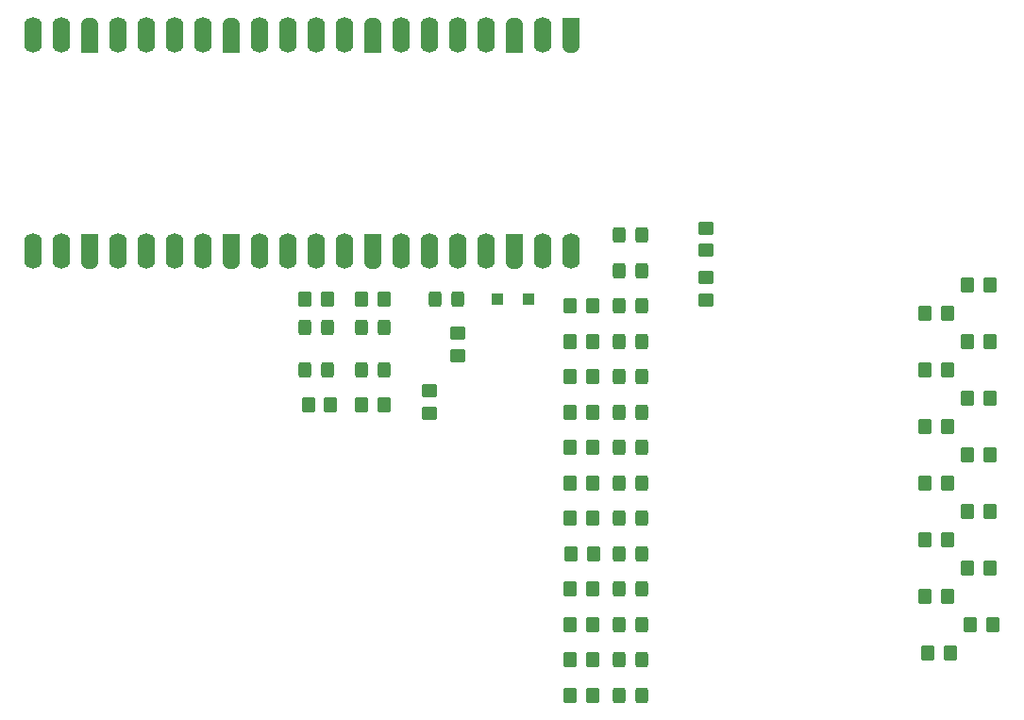
<source format=gbr>
%TF.GenerationSoftware,KiCad,Pcbnew,8.0.2*%
%TF.CreationDate,2024-05-17T23:09:10+02:00*%
%TF.ProjectId,pcb,7063622e-6b69-4636-9164-5f7063625858,rev?*%
%TF.SameCoordinates,Original*%
%TF.FileFunction,Paste,Top*%
%TF.FilePolarity,Positive*%
%FSLAX46Y46*%
G04 Gerber Fmt 4.6, Leading zero omitted, Abs format (unit mm)*
G04 Created by KiCad (PCBNEW 8.0.2) date 2024-05-17 23:09:10*
%MOMM*%
%LPD*%
G01*
G04 APERTURE LIST*
G04 Aperture macros list*
%AMRoundRect*
0 Rectangle with rounded corners*
0 $1 Rounding radius*
0 $2 $3 $4 $5 $6 $7 $8 $9 X,Y pos of 4 corners*
0 Add a 4 corners polygon primitive as box body*
4,1,4,$2,$3,$4,$5,$6,$7,$8,$9,$2,$3,0*
0 Add four circle primitives for the rounded corners*
1,1,$1+$1,$2,$3*
1,1,$1+$1,$4,$5*
1,1,$1+$1,$6,$7*
1,1,$1+$1,$8,$9*
0 Add four rect primitives between the rounded corners*
20,1,$1+$1,$2,$3,$4,$5,0*
20,1,$1+$1,$4,$5,$6,$7,0*
20,1,$1+$1,$6,$7,$8,$9,0*
20,1,$1+$1,$8,$9,$2,$3,0*%
%AMFreePoly0*
4,1,29,1.778017,0.779942,1.947107,0.720775,2.098792,0.625465,2.225465,0.498792,2.320775,0.347107,2.379942,0.178017,2.400000,0.000000,2.379942,-0.178017,2.320775,-0.347107,2.225465,-0.498792,2.098792,-0.625465,1.947107,-0.720775,1.778017,-0.779942,1.600000,-0.800000,0.000000,-0.800000,-0.600000,-0.800000,-0.605014,-0.794986,-0.644504,-0.794986,-0.724698,-0.756366,-0.780194,-0.686777,
-0.800000,-0.600000,-0.800000,0.600000,-0.780194,0.686777,-0.724698,0.756366,-0.644504,0.794986,-0.605014,0.794986,-0.600000,0.800000,1.600000,0.800000,1.778017,0.779942,1.778017,0.779942,$1*%
%AMFreePoly1*
4,1,29,0.605014,0.794986,0.644504,0.794986,0.724698,0.756366,0.780194,0.686777,0.800000,0.600000,0.800000,-0.600000,0.780194,-0.686777,0.724698,-0.756366,0.644504,-0.794986,0.605014,-0.794986,0.600000,-0.800000,0.000000,-0.800000,-1.600000,-0.800000,-1.778017,-0.779942,-1.947107,-0.720775,-2.098792,-0.625465,-2.225465,-0.498792,-2.320775,-0.347107,-2.379942,-0.178017,-2.400000,0.000000,
-2.379942,0.178017,-2.320775,0.347107,-2.225465,0.498792,-2.098792,0.625465,-1.947107,0.720775,-1.778017,0.779942,-1.600000,0.800000,0.600000,0.800000,0.605014,0.794986,0.605014,0.794986,$1*%
%AMFreePoly2*
4,1,28,0.178017,0.779942,0.347107,0.720775,0.498792,0.625465,0.625465,0.498792,0.720775,0.347107,0.779942,0.178017,0.800000,0.000000,0.779942,-0.178017,0.720775,-0.347107,0.625465,-0.498792,0.498792,-0.625465,0.347107,-0.720775,0.178017,-0.779942,0.000000,-0.800000,-2.200000,-0.800000,-2.205014,-0.794986,-2.244504,-0.794986,-2.324698,-0.756366,-2.380194,-0.686777,-2.400000,-0.600000,
-2.400000,0.600000,-2.380194,0.686777,-2.324698,0.756366,-2.244504,0.794986,-2.205014,0.794986,-2.200000,0.800000,0.000000,0.800000,0.178017,0.779942,0.178017,0.779942,$1*%
G04 Aperture macros list end*
%ADD10RoundRect,0.250000X-0.350000X-0.450000X0.350000X-0.450000X0.350000X0.450000X-0.350000X0.450000X0*%
%ADD11RoundRect,0.250000X-0.325000X-0.450000X0.325000X-0.450000X0.325000X0.450000X-0.325000X0.450000X0*%
%ADD12RoundRect,0.250000X0.325000X0.450000X-0.325000X0.450000X-0.325000X-0.450000X0.325000X-0.450000X0*%
%ADD13RoundRect,0.800000X-0.000010X0.800000X-0.000010X-0.800000X0.000010X-0.800000X0.000010X0.800000X0*%
%ADD14FreePoly0,270.000000*%
%ADD15FreePoly1,270.000000*%
%ADD16FreePoly2,270.000000*%
%ADD17RoundRect,0.250000X0.450000X-0.350000X0.450000X0.350000X-0.450000X0.350000X-0.450000X-0.350000X0*%
%ADD18RoundRect,0.250000X-0.450000X0.350000X-0.450000X-0.350000X0.450000X-0.350000X0.450000X0.350000X0*%
%ADD19RoundRect,0.250000X0.300000X0.300000X-0.300000X0.300000X-0.300000X-0.300000X0.300000X-0.300000X0*%
G04 APERTURE END LIST*
D10*
%TO.C,R2*%
X123165000Y-59690000D03*
X125165000Y-59690000D03*
%TD*%
D11*
%TO.C,D9*%
X97790000Y-74930000D03*
X95740000Y-74930000D03*
%TD*%
D10*
%TO.C,R30*%
X69580000Y-58420000D03*
X67580000Y-58420000D03*
%TD*%
D12*
%TO.C,RST_I*%
X69605000Y-60960000D03*
X67555000Y-60960000D03*
%TD*%
D13*
%TO.C,U1*%
X91440000Y-54140000D03*
X88900000Y-54140000D03*
D14*
X86360000Y-53340000D03*
D13*
X83820000Y-54140000D03*
X81280000Y-54140000D03*
X78740000Y-54140000D03*
X76200000Y-54140000D03*
D14*
X73660000Y-53340000D03*
D13*
X71120000Y-54140000D03*
X68580000Y-54140000D03*
X66040000Y-54140000D03*
X63500000Y-54140000D03*
D14*
X60960000Y-53340000D03*
D13*
X58420000Y-54140000D03*
X55880000Y-54140000D03*
X53340000Y-54140000D03*
X50800000Y-54140000D03*
D14*
X48260000Y-53340000D03*
D13*
X45720000Y-54140000D03*
X43180000Y-54140000D03*
X43180000Y-34760000D03*
X45720000Y-34760000D03*
D15*
X48260000Y-35560000D03*
D13*
X50800000Y-34760000D03*
X53340000Y-34760000D03*
X55880000Y-34760000D03*
X58420000Y-34760000D03*
D15*
X60960000Y-35560000D03*
D13*
X63500000Y-34760000D03*
X66040000Y-34760000D03*
X68580000Y-34760000D03*
X71120000Y-34760000D03*
D15*
X73660000Y-35560000D03*
D13*
X76200000Y-34760000D03*
X78740000Y-34760000D03*
X81280000Y-34760000D03*
X83820000Y-34760000D03*
D15*
X86360000Y-35560000D03*
D13*
X88900000Y-34760000D03*
D16*
X91440000Y-35560000D03*
%TD*%
D11*
%TO.C,D11*%
X97790000Y-81280000D03*
X95740000Y-81280000D03*
%TD*%
D10*
%TO.C,R3*%
X126975000Y-62230000D03*
X128975000Y-62230000D03*
%TD*%
%TO.C,R7*%
X126975000Y-72390000D03*
X128975000Y-72390000D03*
%TD*%
%TO.C,R9*%
X126975000Y-77470000D03*
X128975000Y-77470000D03*
%TD*%
%TO.C,R6*%
X123165000Y-69850000D03*
X125165000Y-69850000D03*
%TD*%
%TO.C,R25*%
X91440000Y-81280000D03*
X93440000Y-81280000D03*
%TD*%
D11*
%TO.C,D5*%
X95740000Y-62230000D03*
X97790000Y-62230000D03*
%TD*%
D17*
%TO.C,R16*%
X103505000Y-54070000D03*
X103505000Y-52070000D03*
%TD*%
D11*
%TO.C,D13*%
X97790000Y-93980000D03*
X95740000Y-93980000D03*
%TD*%
D10*
%TO.C,R18*%
X91345000Y-59055000D03*
X93345000Y-59055000D03*
%TD*%
D11*
%TO.C,D8*%
X95740000Y-71755000D03*
X97790000Y-71755000D03*
%TD*%
D12*
%TO.C,FMT*%
X74685000Y-60960000D03*
X72635000Y-60960000D03*
%TD*%
D18*
%TO.C,R34*%
X81280000Y-61500000D03*
X81280000Y-63500000D03*
%TD*%
D10*
%TO.C,R27*%
X91345000Y-93980000D03*
X93345000Y-93980000D03*
%TD*%
%TO.C,R19*%
X91345000Y-62230000D03*
X93345000Y-62230000D03*
%TD*%
%TO.C,R31*%
X67850000Y-67945000D03*
X69850000Y-67945000D03*
%TD*%
D12*
%TO.C,RST_O*%
X69605000Y-64770000D03*
X67555000Y-64770000D03*
%TD*%
D11*
%TO.C,D15*%
X95740000Y-87630000D03*
X97790000Y-87630000D03*
%TD*%
D10*
%TO.C,R5*%
X126975000Y-67310000D03*
X128975000Y-67310000D03*
%TD*%
D11*
%TO.C,D10*%
X95740000Y-78105000D03*
X97790000Y-78105000D03*
%TD*%
%TO.C,D12*%
X97790000Y-84455000D03*
X95740000Y-84455000D03*
%TD*%
D10*
%TO.C,R1*%
X126975000Y-57150000D03*
X128975000Y-57150000D03*
%TD*%
D12*
%TO.C,POWER*%
X79230000Y-58420000D03*
X81280000Y-58420000D03*
%TD*%
D10*
%TO.C,R24*%
X91345000Y-78105000D03*
X93345000Y-78105000D03*
%TD*%
%TO.C,R28*%
X91345000Y-90805000D03*
X93345000Y-90805000D03*
%TD*%
%TO.C,R29*%
X91345000Y-87630000D03*
X93345000Y-87630000D03*
%TD*%
%TO.C,R21*%
X91345000Y-68580000D03*
X93345000Y-68580000D03*
%TD*%
%TO.C,R20*%
X91345000Y-65405000D03*
X93345000Y-65405000D03*
%TD*%
D11*
%TO.C,D2*%
X95740000Y-52705000D03*
X97790000Y-52705000D03*
%TD*%
D10*
%TO.C,R10*%
X123165000Y-80010000D03*
X125165000Y-80010000D03*
%TD*%
%TO.C,R26*%
X91345000Y-84455000D03*
X93345000Y-84455000D03*
%TD*%
%TO.C,R33*%
X72660000Y-67945000D03*
X74660000Y-67945000D03*
%TD*%
%TO.C,R4*%
X123165000Y-64770000D03*
X125165000Y-64770000D03*
%TD*%
%TO.C,R11*%
X126975000Y-82550000D03*
X128975000Y-82550000D03*
%TD*%
D11*
%TO.C,D4*%
X95740000Y-59055000D03*
X97790000Y-59055000D03*
%TD*%
D12*
%TO.C,LANG*%
X74685000Y-64770000D03*
X72635000Y-64770000D03*
%TD*%
D10*
%TO.C,R22*%
X91345000Y-71755000D03*
X93345000Y-71755000D03*
%TD*%
D18*
%TO.C,R17*%
X103505000Y-56515000D03*
X103505000Y-58515000D03*
%TD*%
D10*
%TO.C,R23*%
X91345000Y-74930000D03*
X93345000Y-74930000D03*
%TD*%
D11*
%TO.C,D14*%
X95740000Y-90805000D03*
X97790000Y-90805000D03*
%TD*%
D10*
%TO.C,R14*%
X123435000Y-90170000D03*
X125435000Y-90170000D03*
%TD*%
%TO.C,R8*%
X123165000Y-74930000D03*
X125165000Y-74930000D03*
%TD*%
%TO.C,R13*%
X127245000Y-87630000D03*
X129245000Y-87630000D03*
%TD*%
%TO.C,R32*%
X72660000Y-58420000D03*
X74660000Y-58420000D03*
%TD*%
D11*
%TO.C,D3*%
X95740000Y-55880000D03*
X97790000Y-55880000D03*
%TD*%
D10*
%TO.C,R12*%
X123165000Y-85090000D03*
X125165000Y-85090000D03*
%TD*%
D11*
%TO.C,D7*%
X95740000Y-68580000D03*
X97790000Y-68580000D03*
%TD*%
D19*
%TO.C,D1*%
X87630000Y-58420000D03*
X84830000Y-58420000D03*
%TD*%
D11*
%TO.C,D6*%
X95740000Y-65405000D03*
X97790000Y-65405000D03*
%TD*%
D18*
%TO.C,R15*%
X78740000Y-66675000D03*
X78740000Y-68675000D03*
%TD*%
M02*

</source>
